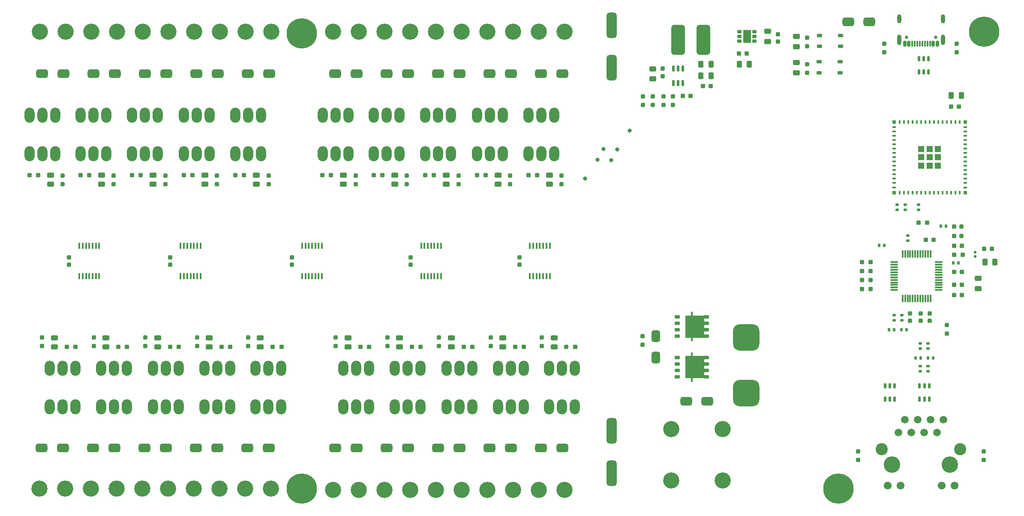
<source format=gts>
G04*
G04 #@! TF.GenerationSoftware,Altium Limited,Altium Designer,25.4.2 (15)*
G04*
G04 Layer_Color=8388736*
%FSLAX44Y44*%
%MOMM*%
G71*
G04*
G04 #@! TF.SameCoordinates,BB2F4313-EE7A-43B8-A872-F110206310C3*
G04*
G04*
G04 #@! TF.FilePolarity,Negative*
G04*
G01*
G75*
G04:AMPARAMS|DCode=15|XSize=5.2mm|YSize=5.2mm|CornerRadius=1.3mm|HoleSize=0mm|Usage=FLASHONLY|Rotation=270.000|XOffset=0mm|YOffset=0mm|HoleType=Round|Shape=RoundedRectangle|*
%AMROUNDEDRECTD15*
21,1,5.2000,2.6000,0,0,270.0*
21,1,2.6000,5.2000,0,0,270.0*
1,1,2.6000,-1.3000,-1.3000*
1,1,2.6000,-1.3000,1.3000*
1,1,2.6000,1.3000,1.3000*
1,1,2.6000,1.3000,-1.3000*
%
%ADD15ROUNDEDRECTD15*%
G04:AMPARAMS|DCode=16|XSize=5mm|YSize=2mm|CornerRadius=0.5mm|HoleSize=0mm|Usage=FLASHONLY|Rotation=270.000|XOffset=0mm|YOffset=0mm|HoleType=Round|Shape=RoundedRectangle|*
%AMROUNDEDRECTD16*
21,1,5.0000,1.0000,0,0,270.0*
21,1,4.0000,2.0000,0,0,270.0*
1,1,1.0000,-0.5000,-2.0000*
1,1,1.0000,-0.5000,2.0000*
1,1,1.0000,0.5000,2.0000*
1,1,1.0000,0.5000,-2.0000*
%
%ADD16ROUNDEDRECTD16*%
G04:AMPARAMS|DCode=17|XSize=0.6mm|YSize=1.1mm|CornerRadius=0.15mm|HoleSize=0mm|Usage=FLASHONLY|Rotation=270.000|XOffset=0mm|YOffset=0mm|HoleType=Round|Shape=RoundedRectangle|*
%AMROUNDEDRECTD17*
21,1,0.6000,0.8000,0,0,270.0*
21,1,0.3000,1.1000,0,0,270.0*
1,1,0.3000,-0.4000,-0.1500*
1,1,0.3000,-0.4000,0.1500*
1,1,0.3000,0.4000,0.1500*
1,1,0.3000,0.4000,-0.1500*
%
%ADD17ROUNDEDRECTD17*%
%ADD18R,3.8000X4.4000*%
G04:AMPARAMS|DCode=19|XSize=0.4mm|YSize=0.9mm|CornerRadius=0.1mm|HoleSize=0mm|Usage=FLASHONLY|Rotation=0.000|XOffset=0mm|YOffset=0mm|HoleType=Round|Shape=RoundedRectangle|*
%AMROUNDEDRECTD19*
21,1,0.4000,0.7000,0,0,0.0*
21,1,0.2000,0.9000,0,0,0.0*
1,1,0.2000,0.1000,-0.3500*
1,1,0.2000,-0.1000,-0.3500*
1,1,0.2000,-0.1000,0.3500*
1,1,0.2000,0.1000,0.3500*
%
%ADD19ROUNDEDRECTD19*%
G04:AMPARAMS|DCode=20|XSize=1.05mm|YSize=0.65mm|CornerRadius=0.1625mm|HoleSize=0mm|Usage=FLASHONLY|Rotation=180.000|XOffset=0mm|YOffset=0mm|HoleType=Round|Shape=RoundedRectangle|*
%AMROUNDEDRECTD20*
21,1,1.0500,0.3250,0,0,180.0*
21,1,0.7250,0.6500,0,0,180.0*
1,1,0.3250,-0.3625,0.1625*
1,1,0.3250,0.3625,0.1625*
1,1,0.3250,0.3625,-0.1625*
1,1,0.3250,-0.3625,-0.1625*
%
%ADD20ROUNDEDRECTD20*%
%ADD21R,0.4000X0.8000*%
%ADD22R,1.2000X1.2000*%
%ADD23R,0.8000X0.4000*%
%ADD24R,0.8000X0.8000*%
G04:AMPARAMS|DCode=25|XSize=0.6mm|YSize=1.14mm|CornerRadius=0.15mm|HoleSize=0mm|Usage=FLASHONLY|Rotation=180.000|XOffset=0mm|YOffset=0mm|HoleType=Round|Shape=RoundedRectangle|*
%AMROUNDEDRECTD25*
21,1,0.6000,0.8400,0,0,180.0*
21,1,0.3000,1.1400,0,0,180.0*
1,1,0.3000,-0.1500,0.4200*
1,1,0.3000,0.1500,0.4200*
1,1,0.3000,0.1500,-0.4200*
1,1,0.3000,-0.1500,-0.4200*
%
%ADD25ROUNDEDRECTD25*%
G04:AMPARAMS|DCode=26|XSize=0.3mm|YSize=1.14mm|CornerRadius=0.075mm|HoleSize=0mm|Usage=FLASHONLY|Rotation=180.000|XOffset=0mm|YOffset=0mm|HoleType=Round|Shape=RoundedRectangle|*
%AMROUNDEDRECTD26*
21,1,0.3000,0.9900,0,0,180.0*
21,1,0.1500,1.1400,0,0,180.0*
1,1,0.1500,-0.0750,0.4950*
1,1,0.1500,0.0750,0.4950*
1,1,0.1500,0.0750,-0.4950*
1,1,0.1500,-0.0750,-0.4950*
%
%ADD26ROUNDEDRECTD26*%
G04:AMPARAMS|DCode=27|XSize=2.7mm|YSize=6mm|CornerRadius=0.675mm|HoleSize=0mm|Usage=FLASHONLY|Rotation=0.000|XOffset=0mm|YOffset=0mm|HoleType=Round|Shape=RoundedRectangle|*
%AMROUNDEDRECTD27*
21,1,2.7000,4.6500,0,0,0.0*
21,1,1.3500,6.0000,0,0,0.0*
1,1,1.3500,0.6750,-2.3250*
1,1,1.3500,-0.6750,-2.3250*
1,1,1.3500,-0.6750,2.3250*
1,1,1.3500,0.6750,2.3250*
%
%ADD27ROUNDEDRECTD27*%
G04:AMPARAMS|DCode=28|XSize=2.3mm|YSize=1.7mm|CornerRadius=0.425mm|HoleSize=0mm|Usage=FLASHONLY|Rotation=180.000|XOffset=0mm|YOffset=0mm|HoleType=Round|Shape=RoundedRectangle|*
%AMROUNDEDRECTD28*
21,1,2.3000,0.8500,0,0,180.0*
21,1,1.4500,1.7000,0,0,180.0*
1,1,0.8500,-0.7250,0.4250*
1,1,0.8500,0.7250,0.4250*
1,1,0.8500,0.7250,-0.4250*
1,1,0.8500,-0.7250,-0.4250*
%
%ADD28ROUNDEDRECTD28*%
G04:AMPARAMS|DCode=29|XSize=2.3mm|YSize=1.7mm|CornerRadius=0.425mm|HoleSize=0mm|Usage=FLASHONLY|Rotation=90.000|XOffset=0mm|YOffset=0mm|HoleType=Round|Shape=RoundedRectangle|*
%AMROUNDEDRECTD29*
21,1,2.3000,0.8500,0,0,90.0*
21,1,1.4500,1.7000,0,0,90.0*
1,1,0.8500,0.4250,0.7250*
1,1,0.8500,0.4250,-0.7250*
1,1,0.8500,-0.4250,-0.7250*
1,1,0.8500,-0.4250,0.7250*
%
%ADD29ROUNDEDRECTD29*%
G04:AMPARAMS|DCode=30|XSize=0.3mm|YSize=1.5mm|CornerRadius=0.075mm|HoleSize=0mm|Usage=FLASHONLY|Rotation=90.000|XOffset=0mm|YOffset=0mm|HoleType=Round|Shape=RoundedRectangle|*
%AMROUNDEDRECTD30*
21,1,0.3000,1.3500,0,0,90.0*
21,1,0.1500,1.5000,0,0,90.0*
1,1,0.1500,0.6750,0.0750*
1,1,0.1500,0.6750,-0.0750*
1,1,0.1500,-0.6750,-0.0750*
1,1,0.1500,-0.6750,0.0750*
%
%ADD30ROUNDEDRECTD30*%
G04:AMPARAMS|DCode=31|XSize=0.3mm|YSize=1.5mm|CornerRadius=0.075mm|HoleSize=0mm|Usage=FLASHONLY|Rotation=180.000|XOffset=0mm|YOffset=0mm|HoleType=Round|Shape=RoundedRectangle|*
%AMROUNDEDRECTD31*
21,1,0.3000,1.3500,0,0,180.0*
21,1,0.1500,1.5000,0,0,180.0*
1,1,0.1500,-0.0750,0.6750*
1,1,0.1500,0.0750,0.6750*
1,1,0.1500,0.0750,-0.6750*
1,1,0.1500,-0.0750,-0.6750*
%
%ADD31ROUNDEDRECTD31*%
G04:AMPARAMS|DCode=32|XSize=0.9mm|YSize=0.8mm|CornerRadius=0.2mm|HoleSize=0mm|Usage=FLASHONLY|Rotation=90.000|XOffset=0mm|YOffset=0mm|HoleType=Round|Shape=RoundedRectangle|*
%AMROUNDEDRECTD32*
21,1,0.9000,0.4000,0,0,90.0*
21,1,0.5000,0.8000,0,0,90.0*
1,1,0.4000,0.2000,0.2500*
1,1,0.4000,0.2000,-0.2500*
1,1,0.4000,-0.2000,-0.2500*
1,1,0.4000,-0.2000,0.2500*
%
%ADD32ROUNDEDRECTD32*%
G04:AMPARAMS|DCode=33|XSize=0.9mm|YSize=0.6mm|CornerRadius=0.15mm|HoleSize=0mm|Usage=FLASHONLY|Rotation=180.000|XOffset=0mm|YOffset=0mm|HoleType=Round|Shape=RoundedRectangle|*
%AMROUNDEDRECTD33*
21,1,0.9000,0.3000,0,0,180.0*
21,1,0.6000,0.6000,0,0,180.0*
1,1,0.3000,-0.3000,0.1500*
1,1,0.3000,0.3000,0.1500*
1,1,0.3000,0.3000,-0.1500*
1,1,0.3000,-0.3000,-0.1500*
%
%ADD33ROUNDEDRECTD33*%
%ADD34R,1.6000X2.5000*%
G04:AMPARAMS|DCode=35|XSize=1mm|YSize=1.4mm|CornerRadius=0.25mm|HoleSize=0mm|Usage=FLASHONLY|Rotation=270.000|XOffset=0mm|YOffset=0mm|HoleType=Round|Shape=RoundedRectangle|*
%AMROUNDEDRECTD35*
21,1,1.0000,0.9000,0,0,270.0*
21,1,0.5000,1.4000,0,0,270.0*
1,1,0.5000,-0.4500,-0.2500*
1,1,0.5000,-0.4500,0.2500*
1,1,0.5000,0.4500,0.2500*
1,1,0.5000,0.4500,-0.2500*
%
%ADD35ROUNDEDRECTD35*%
G04:AMPARAMS|DCode=36|XSize=1mm|YSize=0.5mm|CornerRadius=0.125mm|HoleSize=0mm|Usage=FLASHONLY|Rotation=270.000|XOffset=0mm|YOffset=0mm|HoleType=Round|Shape=RoundedRectangle|*
%AMROUNDEDRECTD36*
21,1,1.0000,0.2500,0,0,270.0*
21,1,0.7500,0.5000,0,0,270.0*
1,1,0.2500,-0.1250,-0.3750*
1,1,0.2500,-0.1250,0.3750*
1,1,0.2500,0.1250,0.3750*
1,1,0.2500,0.1250,-0.3750*
%
%ADD36ROUNDEDRECTD36*%
G04:AMPARAMS|DCode=37|XSize=1.2mm|YSize=0.5mm|CornerRadius=0.125mm|HoleSize=0mm|Usage=FLASHONLY|Rotation=270.000|XOffset=0mm|YOffset=0mm|HoleType=Round|Shape=RoundedRectangle|*
%AMROUNDEDRECTD37*
21,1,1.2000,0.2500,0,0,270.0*
21,1,0.9500,0.5000,0,0,270.0*
1,1,0.2500,-0.1250,-0.4750*
1,1,0.2500,-0.1250,0.4750*
1,1,0.2500,0.1250,0.4750*
1,1,0.2500,0.1250,-0.4750*
%
%ADD37ROUNDEDRECTD37*%
G04:AMPARAMS|DCode=38|XSize=1.25mm|YSize=0.35mm|CornerRadius=0.0875mm|HoleSize=0mm|Usage=FLASHONLY|Rotation=90.000|XOffset=0mm|YOffset=0mm|HoleType=Round|Shape=RoundedRectangle|*
%AMROUNDEDRECTD38*
21,1,1.2500,0.1750,0,0,90.0*
21,1,1.0750,0.3500,0,0,90.0*
1,1,0.1750,0.0875,0.5375*
1,1,0.1750,0.0875,-0.5375*
1,1,0.1750,-0.0875,-0.5375*
1,1,0.1750,-0.0875,0.5375*
%
%ADD38ROUNDEDRECTD38*%
G04:AMPARAMS|DCode=39|XSize=0.5mm|YSize=0.5mm|CornerRadius=0.125mm|HoleSize=0mm|Usage=FLASHONLY|Rotation=270.000|XOffset=0mm|YOffset=0mm|HoleType=Round|Shape=RoundedRectangle|*
%AMROUNDEDRECTD39*
21,1,0.5000,0.2500,0,0,270.0*
21,1,0.2500,0.5000,0,0,270.0*
1,1,0.2500,-0.1250,-0.1250*
1,1,0.2500,-0.1250,0.1250*
1,1,0.2500,0.1250,0.1250*
1,1,0.2500,0.1250,-0.1250*
%
%ADD39ROUNDEDRECTD39*%
G04:AMPARAMS|DCode=40|XSize=0.9mm|YSize=0.8mm|CornerRadius=0.2mm|HoleSize=0mm|Usage=FLASHONLY|Rotation=0.000|XOffset=0mm|YOffset=0mm|HoleType=Round|Shape=RoundedRectangle|*
%AMROUNDEDRECTD40*
21,1,0.9000,0.4000,0,0,0.0*
21,1,0.5000,0.8000,0,0,0.0*
1,1,0.4000,0.2500,-0.2000*
1,1,0.4000,-0.2500,-0.2000*
1,1,0.4000,-0.2500,0.2000*
1,1,0.4000,0.2500,0.2000*
%
%ADD40ROUNDEDRECTD40*%
G04:AMPARAMS|DCode=41|XSize=0.5mm|YSize=0.6mm|CornerRadius=0.125mm|HoleSize=0mm|Usage=FLASHONLY|Rotation=90.000|XOffset=0mm|YOffset=0mm|HoleType=Round|Shape=RoundedRectangle|*
%AMROUNDEDRECTD41*
21,1,0.5000,0.3500,0,0,90.0*
21,1,0.2500,0.6000,0,0,90.0*
1,1,0.2500,0.1750,0.1250*
1,1,0.2500,0.1750,-0.1250*
1,1,0.2500,-0.1750,-0.1250*
1,1,0.2500,-0.1750,0.1250*
%
%ADD41ROUNDEDRECTD41*%
G04:AMPARAMS|DCode=42|XSize=0.5mm|YSize=0.6mm|CornerRadius=0.125mm|HoleSize=0mm|Usage=FLASHONLY|Rotation=0.000|XOffset=0mm|YOffset=0mm|HoleType=Round|Shape=RoundedRectangle|*
%AMROUNDEDRECTD42*
21,1,0.5000,0.3500,0,0,0.0*
21,1,0.2500,0.6000,0,0,0.0*
1,1,0.2500,0.1250,-0.1750*
1,1,0.2500,-0.1250,-0.1750*
1,1,0.2500,-0.1250,0.1750*
1,1,0.2500,0.1250,0.1750*
%
%ADD42ROUNDEDRECTD42*%
G04:AMPARAMS|DCode=43|XSize=1.1mm|YSize=1.3mm|CornerRadius=0.275mm|HoleSize=0mm|Usage=FLASHONLY|Rotation=180.000|XOffset=0mm|YOffset=0mm|HoleType=Round|Shape=RoundedRectangle|*
%AMROUNDEDRECTD43*
21,1,1.1000,0.7500,0,0,180.0*
21,1,0.5500,1.3000,0,0,180.0*
1,1,0.5500,-0.2750,0.3750*
1,1,0.5500,0.2750,0.3750*
1,1,0.5500,0.2750,-0.3750*
1,1,0.5500,-0.2750,-0.3750*
%
%ADD43ROUNDEDRECTD43*%
G04:AMPARAMS|DCode=44|XSize=1.1mm|YSize=1.3mm|CornerRadius=0.275mm|HoleSize=0mm|Usage=FLASHONLY|Rotation=270.000|XOffset=0mm|YOffset=0mm|HoleType=Round|Shape=RoundedRectangle|*
%AMROUNDEDRECTD44*
21,1,1.1000,0.7500,0,0,270.0*
21,1,0.5500,1.3000,0,0,270.0*
1,1,0.5500,-0.3750,-0.2750*
1,1,0.5500,-0.3750,0.2750*
1,1,0.5500,0.3750,0.2750*
1,1,0.5500,0.3750,-0.2750*
%
%ADD44ROUNDEDRECTD44*%
%ADD45C,3.2500*%
%ADD46C,1.5000*%
%ADD47C,2.4000*%
%ADD48C,1.5500*%
%ADD49O,0.8000X2.1000*%
%ADD50O,0.8000X1.8000*%
%ADD51C,0.6500*%
%ADD52C,3.2000*%
%ADD53C,6.0000*%
%ADD54O,2.0000X3.0000*%
%ADD55C,0.8032*%
D15*
X1458000Y349000D02*
D03*
Y239000D02*
D03*
D16*
X1192000Y882000D02*
D03*
Y966000D02*
D03*
Y164000D02*
D03*
Y80000D02*
D03*
D17*
X1321000Y309050D02*
D03*
Y296350D02*
D03*
Y283650D02*
D03*
Y270950D02*
D03*
X1379000Y309050D02*
D03*
Y296350D02*
D03*
Y283650D02*
D03*
Y270950D02*
D03*
X1321000Y389050D02*
D03*
Y376350D02*
D03*
Y363650D02*
D03*
Y350950D02*
D03*
X1379000Y389050D02*
D03*
Y376350D02*
D03*
Y363650D02*
D03*
Y350950D02*
D03*
D18*
X1356000Y290000D02*
D03*
X1356000Y370000D02*
D03*
D19*
X1350000Y265000D02*
D03*
Y315000D02*
D03*
X1350000Y345000D02*
D03*
Y395000D02*
D03*
D20*
X1601250Y893750D02*
D03*
X1642750D02*
D03*
X1601250Y872250D02*
D03*
X1642750D02*
D03*
X1602250Y945750D02*
D03*
X1643750D02*
D03*
X1602250Y924250D02*
D03*
X1643750D02*
D03*
D21*
X1760500Y635000D02*
D03*
X1769000D02*
D03*
X1777500D02*
D03*
X1786000D02*
D03*
X1794500D02*
D03*
X1803000D02*
D03*
X1811500D02*
D03*
X1820000D02*
D03*
X1828500D02*
D03*
X1837000D02*
D03*
X1845500D02*
D03*
X1854000D02*
D03*
X1862500D02*
D03*
X1871000D02*
D03*
X1879500D02*
D03*
X1760500Y775000D02*
D03*
X1769000D02*
D03*
X1777500D02*
D03*
X1786000D02*
D03*
X1794500D02*
D03*
X1803000D02*
D03*
X1811500D02*
D03*
X1820000D02*
D03*
X1828500D02*
D03*
X1837000D02*
D03*
X1845500D02*
D03*
X1854000D02*
D03*
X1862500D02*
D03*
X1871000D02*
D03*
X1879500D02*
D03*
D22*
X1836500Y721500D02*
D03*
X1820000D02*
D03*
X1803500D02*
D03*
Y705000D02*
D03*
Y688500D02*
D03*
X1820000D02*
D03*
X1836500D02*
D03*
Y705000D02*
D03*
X1820000D02*
D03*
D23*
X1890000Y764500D02*
D03*
Y756000D02*
D03*
Y747500D02*
D03*
Y739000D02*
D03*
Y730500D02*
D03*
Y722000D02*
D03*
Y713500D02*
D03*
Y705000D02*
D03*
Y696500D02*
D03*
Y688000D02*
D03*
Y679500D02*
D03*
Y671000D02*
D03*
Y662500D02*
D03*
Y654000D02*
D03*
Y645500D02*
D03*
X1750000D02*
D03*
Y654000D02*
D03*
Y662500D02*
D03*
Y671000D02*
D03*
Y679500D02*
D03*
Y688000D02*
D03*
Y696500D02*
D03*
Y705000D02*
D03*
Y713500D02*
D03*
Y722000D02*
D03*
Y730500D02*
D03*
Y739000D02*
D03*
Y747500D02*
D03*
Y756000D02*
D03*
Y764500D02*
D03*
D24*
Y635000D02*
D03*
X1890000D02*
D03*
X1750000Y775000D02*
D03*
X1890000D02*
D03*
D25*
X1835000Y930000D02*
D03*
X1827000D02*
D03*
X1771000D02*
D03*
X1779000D02*
D03*
D26*
X1820500D02*
D03*
X1815500D02*
D03*
X1810500D02*
D03*
X1805500D02*
D03*
X1800500D02*
D03*
X1795500D02*
D03*
X1790500D02*
D03*
X1785500D02*
D03*
D27*
X1373000Y937000D02*
D03*
X1323000D02*
D03*
D28*
X1339000Y223000D02*
D03*
X1381000D02*
D03*
X1701000Y973000D02*
D03*
X1659000D02*
D03*
X1052200Y130000D02*
D03*
X1094200D02*
D03*
X950600D02*
D03*
X992600D02*
D03*
X849000D02*
D03*
X891000D02*
D03*
X747400D02*
D03*
X789400D02*
D03*
X645800D02*
D03*
X687800D02*
D03*
X472200D02*
D03*
X514200D02*
D03*
X370600D02*
D03*
X412600D02*
D03*
X269000D02*
D03*
X311000D02*
D03*
X167400D02*
D03*
X209400D02*
D03*
X65800D02*
D03*
X107800D02*
D03*
X108800Y870000D02*
D03*
X66800D02*
D03*
X210400D02*
D03*
X168400D02*
D03*
X312000D02*
D03*
X270000D02*
D03*
X413600D02*
D03*
X371600D02*
D03*
X515200D02*
D03*
X473200D02*
D03*
X687800D02*
D03*
X645800D02*
D03*
X789400D02*
D03*
X747400D02*
D03*
X891000D02*
D03*
X849000D02*
D03*
X992600D02*
D03*
X950600D02*
D03*
X1094200D02*
D03*
X1052200D02*
D03*
D29*
X1279000Y351000D02*
D03*
Y309000D02*
D03*
D30*
X1750000Y442500D02*
D03*
Y447500D02*
D03*
Y452500D02*
D03*
Y457500D02*
D03*
Y462500D02*
D03*
Y467500D02*
D03*
Y472500D02*
D03*
Y477500D02*
D03*
Y482500D02*
D03*
Y487500D02*
D03*
Y492500D02*
D03*
Y497500D02*
D03*
X1838000D02*
D03*
Y492500D02*
D03*
Y487500D02*
D03*
Y482500D02*
D03*
Y477500D02*
D03*
Y472500D02*
D03*
Y467500D02*
D03*
Y462500D02*
D03*
Y457500D02*
D03*
Y452500D02*
D03*
Y447500D02*
D03*
Y442500D02*
D03*
D31*
X1766500Y514000D02*
D03*
X1771500D02*
D03*
X1776500D02*
D03*
X1781500D02*
D03*
X1786500D02*
D03*
X1791500D02*
D03*
X1796500D02*
D03*
X1801500D02*
D03*
X1806500D02*
D03*
X1811500D02*
D03*
X1816500D02*
D03*
X1821500D02*
D03*
Y426000D02*
D03*
X1816500D02*
D03*
X1811500D02*
D03*
X1806500D02*
D03*
X1801500D02*
D03*
X1796500D02*
D03*
X1791500D02*
D03*
X1786500D02*
D03*
X1781500D02*
D03*
X1776500D02*
D03*
X1771500D02*
D03*
X1766500D02*
D03*
D32*
X1868500Y549830D02*
D03*
Y568330D02*
D03*
X1883000D02*
D03*
Y549830D02*
D03*
X1253000Y334500D02*
D03*
Y351500D02*
D03*
X1254000Y808500D02*
D03*
Y825500D02*
D03*
X1294000D02*
D03*
Y808500D02*
D03*
X1273000Y825500D02*
D03*
Y808500D02*
D03*
X1313000Y808500D02*
D03*
Y825500D02*
D03*
X1873000Y912500D02*
D03*
Y929500D02*
D03*
X1730000Y912500D02*
D03*
Y929500D02*
D03*
X1578040Y872164D02*
D03*
Y889164D02*
D03*
X1578040Y924164D02*
D03*
Y941164D02*
D03*
X1679000Y123500D02*
D03*
Y106500D02*
D03*
X1927000Y123500D02*
D03*
Y106500D02*
D03*
X1854000Y356500D02*
D03*
Y373500D02*
D03*
X1054000Y348500D02*
D03*
Y331500D02*
D03*
X953000Y348500D02*
D03*
Y331500D02*
D03*
X851000Y348500D02*
D03*
Y331500D02*
D03*
X749000Y348500D02*
D03*
Y331500D02*
D03*
X647000Y348500D02*
D03*
Y331500D02*
D03*
X473990Y348500D02*
D03*
Y331500D02*
D03*
X372990Y348500D02*
D03*
Y331500D02*
D03*
X270990Y348500D02*
D03*
Y331500D02*
D03*
X168990Y348500D02*
D03*
Y331500D02*
D03*
X66990Y348500D02*
D03*
Y331500D02*
D03*
X107210Y651500D02*
D03*
Y668500D02*
D03*
X208210Y651500D02*
D03*
Y668500D02*
D03*
X310210Y651500D02*
D03*
Y668500D02*
D03*
X412210Y651500D02*
D03*
Y668500D02*
D03*
X514210Y651500D02*
D03*
Y668500D02*
D03*
X686190Y651500D02*
D03*
Y668500D02*
D03*
X787190Y651500D02*
D03*
Y668500D02*
D03*
X889190Y651500D02*
D03*
Y668500D02*
D03*
X991190Y651500D02*
D03*
Y668500D02*
D03*
X1093190Y651500D02*
D03*
Y668500D02*
D03*
X1520000Y933500D02*
D03*
Y948500D02*
D03*
X1293000Y880500D02*
D03*
Y865500D02*
D03*
X1802000Y396500D02*
D03*
Y381500D02*
D03*
X1781478Y396545D02*
D03*
Y381545D02*
D03*
X1819750Y396500D02*
D03*
Y381500D02*
D03*
X1010000Y507500D02*
D03*
Y492500D02*
D03*
X795000Y507500D02*
D03*
Y492500D02*
D03*
X560000Y507500D02*
D03*
Y492500D02*
D03*
X320000Y507500D02*
D03*
Y492500D02*
D03*
X120000Y507500D02*
D03*
Y492500D02*
D03*
D33*
X1474000Y934500D02*
D03*
Y944000D02*
D03*
Y953500D02*
D03*
X1444000Y934500D02*
D03*
Y944000D02*
D03*
Y953500D02*
D03*
D34*
X1459000Y944000D02*
D03*
D35*
X1078000Y348000D02*
D03*
Y330000D02*
D03*
X977000Y348000D02*
D03*
Y330000D02*
D03*
X875000Y348000D02*
D03*
Y330000D02*
D03*
X773000Y348000D02*
D03*
Y330000D02*
D03*
X671000Y348000D02*
D03*
Y330000D02*
D03*
X497990Y348000D02*
D03*
Y330000D02*
D03*
X396990Y348000D02*
D03*
Y330000D02*
D03*
X294990Y348000D02*
D03*
Y330000D02*
D03*
X192990Y348000D02*
D03*
Y330000D02*
D03*
X90990Y348000D02*
D03*
Y330000D02*
D03*
X83210Y652000D02*
D03*
Y670000D02*
D03*
X184210Y652000D02*
D03*
Y670000D02*
D03*
X286210Y652000D02*
D03*
Y670000D02*
D03*
X388210Y652000D02*
D03*
Y670000D02*
D03*
X490210Y652000D02*
D03*
Y670000D02*
D03*
X662190Y652000D02*
D03*
Y670000D02*
D03*
X763190Y652000D02*
D03*
Y670000D02*
D03*
X865190Y652000D02*
D03*
Y670000D02*
D03*
X967190Y652000D02*
D03*
Y670000D02*
D03*
X1069190Y652000D02*
D03*
Y670000D02*
D03*
D36*
X1798500Y874000D02*
D03*
X1808000D02*
D03*
X1817500D02*
D03*
X1798500Y900000D02*
D03*
X1808000D02*
D03*
X1817500D02*
D03*
X1732000Y227000D02*
D03*
X1741500D02*
D03*
X1751000D02*
D03*
X1732000Y253000D02*
D03*
X1741500D02*
D03*
X1751000D02*
D03*
X1800000Y227000D02*
D03*
X1809500D02*
D03*
X1819000D02*
D03*
X1800000Y253000D02*
D03*
X1809500D02*
D03*
X1819000D02*
D03*
D37*
X1313500Y851750D02*
D03*
X1323000D02*
D03*
X1332500D02*
D03*
X1313500Y880250D02*
D03*
X1323000D02*
D03*
X1332500D02*
D03*
D38*
X1069500Y530000D02*
D03*
X1063000D02*
D03*
X1056500D02*
D03*
X1050000D02*
D03*
X1043500D02*
D03*
X1037000D02*
D03*
X1030500D02*
D03*
X1069500Y470000D02*
D03*
X1063000D02*
D03*
X1056500D02*
D03*
X1050000D02*
D03*
X1043500D02*
D03*
X1037000D02*
D03*
X1030500D02*
D03*
X854500Y530000D02*
D03*
X848000D02*
D03*
X841500D02*
D03*
X835000D02*
D03*
X828500D02*
D03*
X822000D02*
D03*
X815500D02*
D03*
X854500Y470000D02*
D03*
X848000D02*
D03*
X841500D02*
D03*
X835000D02*
D03*
X828500D02*
D03*
X822000D02*
D03*
X815500D02*
D03*
X619500Y530000D02*
D03*
X613000D02*
D03*
X606500D02*
D03*
X600000D02*
D03*
X593500D02*
D03*
X587000D02*
D03*
X580500D02*
D03*
X619500Y470000D02*
D03*
X613000D02*
D03*
X606500D02*
D03*
X600000D02*
D03*
X593500D02*
D03*
X587000D02*
D03*
X580500D02*
D03*
X379500Y530000D02*
D03*
X373000D02*
D03*
X366500D02*
D03*
X360000D02*
D03*
X353500D02*
D03*
X347000D02*
D03*
X340500D02*
D03*
X379500Y470000D02*
D03*
X373000D02*
D03*
X366500D02*
D03*
X360000D02*
D03*
X353500D02*
D03*
X347000D02*
D03*
X340500D02*
D03*
X179500Y530000D02*
D03*
X173000D02*
D03*
X166500D02*
D03*
X160000D02*
D03*
X153500D02*
D03*
X147000D02*
D03*
X140500D02*
D03*
X179500Y470000D02*
D03*
X173000D02*
D03*
X166500D02*
D03*
X160000D02*
D03*
X153500D02*
D03*
X147000D02*
D03*
X140500D02*
D03*
D39*
X1910000Y517500D02*
D03*
Y508500D02*
D03*
D40*
X1798000Y576000D02*
D03*
X1815000D02*
D03*
X1703500Y480040D02*
D03*
X1686500D02*
D03*
X1703500Y462500D02*
D03*
X1686500D02*
D03*
X1703500Y444500D02*
D03*
X1686500D02*
D03*
X1703500Y497580D02*
D03*
X1686500D02*
D03*
X1885500Y512540D02*
D03*
X1868500D02*
D03*
X1102500Y330000D02*
D03*
X1119500D02*
D03*
X1001500D02*
D03*
X1018500D02*
D03*
X899500D02*
D03*
X916500D02*
D03*
X797500D02*
D03*
X814500D02*
D03*
X695500D02*
D03*
X712500D02*
D03*
X522490D02*
D03*
X539490D02*
D03*
X421490D02*
D03*
X438490D02*
D03*
X319490D02*
D03*
X336490D02*
D03*
X217490D02*
D03*
X234490D02*
D03*
X115490D02*
D03*
X132490D02*
D03*
X58710Y670000D02*
D03*
X41710D02*
D03*
X159710D02*
D03*
X142710D02*
D03*
X261710D02*
D03*
X244710D02*
D03*
X363710D02*
D03*
X346710D02*
D03*
X465710D02*
D03*
X448710D02*
D03*
X637690D02*
D03*
X620690D02*
D03*
X738690D02*
D03*
X721690D02*
D03*
X840690D02*
D03*
X823690D02*
D03*
X942690D02*
D03*
X925690D02*
D03*
X1044690D02*
D03*
X1027690D02*
D03*
X1443500Y910000D02*
D03*
X1458500D02*
D03*
X1347500Y826000D02*
D03*
X1332500D02*
D03*
X1387500Y846000D02*
D03*
X1372500D02*
D03*
X1862500Y805000D02*
D03*
X1877500D02*
D03*
X1928000Y524000D02*
D03*
X1943000D02*
D03*
X1868500Y478000D02*
D03*
X1883500D02*
D03*
X1868500Y453000D02*
D03*
X1883500D02*
D03*
X1868500Y433000D02*
D03*
X1883500D02*
D03*
X1812500Y542000D02*
D03*
X1827500D02*
D03*
X1868500Y530080D02*
D03*
X1883500D02*
D03*
D41*
X1756000Y601000D02*
D03*
Y611000D02*
D03*
X1772000Y601000D02*
D03*
Y611000D02*
D03*
X1798000Y601000D02*
D03*
Y611000D02*
D03*
X1764938Y392500D02*
D03*
Y382500D02*
D03*
X1776500Y550000D02*
D03*
Y540000D02*
D03*
X1749398Y392500D02*
D03*
Y382500D02*
D03*
X1801500Y337000D02*
D03*
Y327000D02*
D03*
X1817040Y337000D02*
D03*
Y327000D02*
D03*
X1801460Y282000D02*
D03*
Y292000D02*
D03*
X1817000D02*
D03*
Y282000D02*
D03*
D42*
X1764540Y364000D02*
D03*
X1774540D02*
D03*
X1750000D02*
D03*
X1740000D02*
D03*
X1791960Y308000D02*
D03*
X1801960D02*
D03*
X1826500D02*
D03*
X1816500D02*
D03*
X1852000Y568500D02*
D03*
X1842000D02*
D03*
X1730000Y531000D02*
D03*
X1720000D02*
D03*
X1866500Y496000D02*
D03*
X1876500D02*
D03*
D43*
X1444000Y889000D02*
D03*
X1464000D02*
D03*
X1388000D02*
D03*
X1368000D02*
D03*
X1388000Y866000D02*
D03*
X1368000D02*
D03*
X1862500Y827000D02*
D03*
X1882500D02*
D03*
X1929000Y498000D02*
D03*
X1949000D02*
D03*
D44*
X1500000Y934000D02*
D03*
Y954000D02*
D03*
X1273000Y880000D02*
D03*
Y860000D02*
D03*
X1557000Y872000D02*
D03*
Y892000D02*
D03*
X1557000Y924000D02*
D03*
Y944000D02*
D03*
X1916000Y465500D02*
D03*
Y445500D02*
D03*
D45*
X1745850Y97000D02*
D03*
X1860150D02*
D03*
D46*
X1834750Y160500D02*
D03*
X1809350D02*
D03*
X1783950D02*
D03*
X1758550D02*
D03*
X1771250Y185900D02*
D03*
X1796650D02*
D03*
X1822050D02*
D03*
X1847450D02*
D03*
D47*
X1880450Y127500D02*
D03*
X1725550D02*
D03*
D48*
X1869250Y56200D02*
D03*
X1736750D02*
D03*
X1843850D02*
D03*
X1762150D02*
D03*
D49*
X1759800Y936950D02*
D03*
X1846200D02*
D03*
D50*
Y978750D02*
D03*
X1759800D02*
D03*
D51*
X1774100Y941950D02*
D03*
X1831900D02*
D03*
D52*
X641400Y47000D02*
D03*
X692200D02*
D03*
X743000D02*
D03*
X793800D02*
D03*
X844600D02*
D03*
X895400D02*
D03*
X946200D02*
D03*
X997000D02*
D03*
X1047800D02*
D03*
X1098600D02*
D03*
X61400Y50000D02*
D03*
X112200D02*
D03*
X163000D02*
D03*
X213800D02*
D03*
X264600D02*
D03*
X315400D02*
D03*
X366200D02*
D03*
X417000D02*
D03*
X467800D02*
D03*
X518600D02*
D03*
X519600Y953000D02*
D03*
X468800D02*
D03*
X418000D02*
D03*
X367200D02*
D03*
X316400D02*
D03*
X265600D02*
D03*
X214800D02*
D03*
X164000D02*
D03*
X113200D02*
D03*
X62400D02*
D03*
X1098600D02*
D03*
X1047800D02*
D03*
X997000D02*
D03*
X946200D02*
D03*
X895400D02*
D03*
X844600D02*
D03*
X793800D02*
D03*
X743000D02*
D03*
X692200D02*
D03*
X641400D02*
D03*
X1410800Y65700D02*
D03*
X1309200D02*
D03*
Y167300D02*
D03*
X1410800D02*
D03*
D53*
X580000Y50000D02*
D03*
Y950000D02*
D03*
X1640000Y50000D02*
D03*
X1928000Y953000D02*
D03*
D54*
X1068600Y211900D02*
D03*
X1094000D02*
D03*
X1119400D02*
D03*
X1068600Y288100D02*
D03*
X1094000D02*
D03*
X1119400D02*
D03*
X967600Y211900D02*
D03*
X993000D02*
D03*
X1018400D02*
D03*
X967600Y288100D02*
D03*
X993000D02*
D03*
X1018400D02*
D03*
X865600Y211900D02*
D03*
X891000D02*
D03*
X916400D02*
D03*
X865600Y288100D02*
D03*
X891000D02*
D03*
X916400D02*
D03*
X763160Y211900D02*
D03*
X788560D02*
D03*
X813960D02*
D03*
X763160Y288100D02*
D03*
X788560D02*
D03*
X813960D02*
D03*
X661560Y211900D02*
D03*
X686960D02*
D03*
X712360D02*
D03*
X661560Y288100D02*
D03*
X686960D02*
D03*
X712360D02*
D03*
X488590Y211900D02*
D03*
X513990D02*
D03*
X539390D02*
D03*
X488590Y288100D02*
D03*
X513990D02*
D03*
X539390D02*
D03*
X387590Y211900D02*
D03*
X412990D02*
D03*
X438390D02*
D03*
X387590Y288100D02*
D03*
X412990D02*
D03*
X438390D02*
D03*
X285590Y211900D02*
D03*
X310990D02*
D03*
X336390D02*
D03*
X285590Y288100D02*
D03*
X310990D02*
D03*
X336390D02*
D03*
X183150Y211900D02*
D03*
X208550D02*
D03*
X233950D02*
D03*
X183150Y288100D02*
D03*
X208550D02*
D03*
X233950D02*
D03*
X81550Y211900D02*
D03*
X106950D02*
D03*
X132350D02*
D03*
X81550Y288100D02*
D03*
X106950D02*
D03*
X132350D02*
D03*
X92610Y788100D02*
D03*
X67210D02*
D03*
X41810D02*
D03*
X92610Y711900D02*
D03*
X67210D02*
D03*
X41810D02*
D03*
X193610Y788100D02*
D03*
X168210D02*
D03*
X142810D02*
D03*
X193610Y711900D02*
D03*
X168210D02*
D03*
X142810D02*
D03*
X295610Y788100D02*
D03*
X270210D02*
D03*
X244810D02*
D03*
X295610Y711900D02*
D03*
X270210D02*
D03*
X244810D02*
D03*
X398050Y788100D02*
D03*
X372650D02*
D03*
X347250D02*
D03*
X398050Y711900D02*
D03*
X372650D02*
D03*
X347250D02*
D03*
X499650Y788100D02*
D03*
X474250D02*
D03*
X448850D02*
D03*
X499650Y711900D02*
D03*
X474250D02*
D03*
X448850D02*
D03*
X671590Y788100D02*
D03*
X646190D02*
D03*
X620790D02*
D03*
X671590Y711900D02*
D03*
X646190D02*
D03*
X620790D02*
D03*
X772590Y788100D02*
D03*
X747190D02*
D03*
X721790D02*
D03*
X772590Y711900D02*
D03*
X747190D02*
D03*
X721790D02*
D03*
X874590Y788100D02*
D03*
X849190D02*
D03*
X823790D02*
D03*
X874590Y711900D02*
D03*
X849190D02*
D03*
X823790D02*
D03*
X977030Y788100D02*
D03*
X951630D02*
D03*
X926230D02*
D03*
X977030Y711900D02*
D03*
X951630D02*
D03*
X926230D02*
D03*
X1078630Y788100D02*
D03*
X1053230D02*
D03*
X1027830D02*
D03*
X1078630Y711900D02*
D03*
X1053230D02*
D03*
X1027830D02*
D03*
D55*
X1227750Y758000D02*
D03*
X1203000Y720750D02*
D03*
X1175750Y721000D02*
D03*
X1190750Y699500D02*
D03*
X1163750Y699750D02*
D03*
X1139000Y662500D02*
D03*
M02*

</source>
